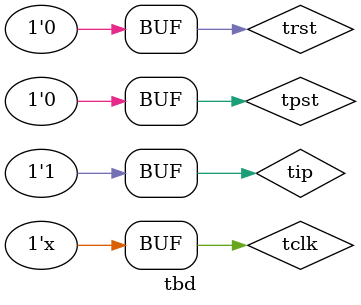
<source format=v>
module tbd;
wire top;
reg tip,trst,tpst;
reg tclk=0;

dff2 d1 (top,tip,tclk,trst,tpst);

always 
begin
tclk=~tclk; #5;
end

initial
begin
tip=1;  #10
trst=1; tpst=0; #10
tip=0; trst=0; tpst=1; #10
trst=0; tpst=0; #10
tip=1; #10
tip=0; #10
tip=1; #10
tip=0; #10
tip=1; #10
tip=1; #10;
end
endmodule
</source>
